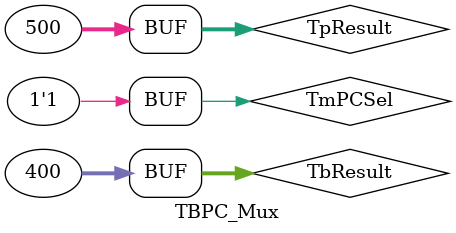
<source format=v>
`timescale 1ns/1ns

module TBPC_Mux();

//2 - Declaracion de cables y registros
reg TmPCSel;
reg [31:0]TpResult, TbResult;
wire [31:0]TpSource;

//3 - Cuerpo del modulo

//Instancias
PC_Src_Mux test(
	.mPCSel(TmPCSel),
	.pResult(TpResult),
	.bResult(TbResult),
	.pSource(TpSource)
);

initial
begin
	TpResult = 32'd500;
	TbResult = 32'd400;
	TmPCSel = 1'b0;
	#100;
	TpResult = 32'd500;
	TbResult = 32'd400;
	TmPCSel = 1'b1;
	#100;
end

endmodule

</source>
